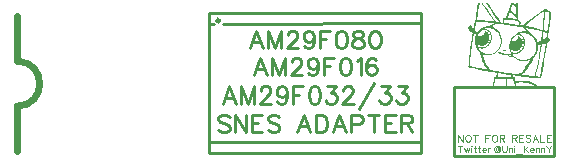
<source format=gto>
G04 Layer: TopSilkscreenLayer*
G04 EasyEDA v6.5.3, 2022-05-10 11:38:20*
G04 ab62d8b6a5be4e798c685c15e3818e9c,b03e5731a7a74599b12e1065cb71c7ef,10*
G04 Gerber Generator version 0.2*
G04 Scale: 100 percent, Rotated: No, Reflected: No *
G04 Dimensions in inches *
G04 leading zeros omitted , absolute positions ,3 integer and 6 decimal *
%FSLAX36Y36*%
%MOIN*%

%ADD10C,0.0100*%
%ADD11C,0.0240*%
%ADD13C,0.0039*%

%LPD*%
G36*
X2170080Y4488160D02*
G01*
X2169700Y4487740D01*
X2169840Y4486820D01*
X2170500Y4485360D01*
X2171700Y4483360D01*
X2175780Y4477480D01*
X2186960Y4462080D01*
X2202580Y4440140D01*
X2208020Y4432140D01*
X2210100Y4428700D01*
X2210420Y4427920D01*
X2210400Y4427760D01*
X2209540Y4427660D01*
X2207540Y4427720D01*
X2201320Y4428280D01*
X2187600Y4429780D01*
X2175600Y4430980D01*
X2162940Y4431980D01*
X2158200Y4432080D01*
X2156380Y4432240D01*
X2155080Y4432640D01*
X2154280Y4433400D01*
X2153880Y4434620D01*
X2153800Y4436420D01*
X2154000Y4438920D01*
X2154620Y4443960D01*
X2156200Y4454540D01*
X2160380Y4479940D01*
X2161640Y4486880D01*
X2161440Y4487640D01*
X2160680Y4487960D01*
X2159220Y4488040D01*
X2157620Y4487900D01*
X2156640Y4487000D01*
X2155900Y4484620D01*
X2154460Y4477040D01*
X2152340Y4464380D01*
X2150480Y4452160D01*
X2149240Y4442740D01*
X2148940Y4439800D01*
X2148800Y4437320D01*
X2148540Y4435760D01*
X2148120Y4434380D01*
X2147340Y4432740D01*
X2146480Y4429980D01*
X2145440Y4425720D01*
X2144320Y4420460D01*
X2142720Y4412240D01*
X2141720Y4407920D01*
X2140900Y4405080D01*
X2140380Y4404160D01*
X2139920Y4404700D01*
X2139220Y4405760D01*
X2137540Y4408940D01*
X2135500Y4412280D01*
X2133180Y4414320D01*
X2130640Y4415040D01*
X2127960Y4414420D01*
X2126160Y4413280D01*
X2124820Y4411840D01*
X2123960Y4410180D01*
X2123560Y4408320D01*
X2123580Y4406320D01*
X2124020Y4404200D01*
X2124880Y4402040D01*
X2125778Y4400460D01*
X2146780Y4400460D01*
X2146840Y4402820D01*
X2147220Y4406020D01*
X2148940Y4415820D01*
X2151120Y4427520D01*
X2160340Y4426580D01*
X2182120Y4424660D01*
X2200700Y4422660D01*
X2210180Y4421740D01*
X2206000Y4419580D01*
X2197540Y4414460D01*
X2195160Y4413440D01*
X2192540Y4412820D01*
X2186880Y4412180D01*
X2184540Y4411840D01*
X2182240Y4411400D01*
X2177860Y4410240D01*
X2175740Y4409500D01*
X2173700Y4408680D01*
X2171700Y4407760D01*
X2167880Y4405640D01*
X2166040Y4404420D01*
X2164280Y4403120D01*
X2162560Y4401720D01*
X2159260Y4398600D01*
X2153560Y4392200D01*
X2148700Y4396220D01*
X2147700Y4397380D01*
X2147060Y4398700D01*
X2146780Y4400460D01*
X2125778Y4400460D01*
X2126120Y4399860D01*
X2127760Y4397720D01*
X2129760Y4395640D01*
X2132100Y4393720D01*
X2136880Y4390620D01*
X2138060Y4389560D01*
X2138480Y4388500D01*
X2138360Y4387160D01*
X2136720Y4378300D01*
X2134940Y4367780D01*
X2133120Y4356120D01*
X2129600Y4331340D01*
X2128020Y4319240D01*
X2126680Y4307980D01*
X2125600Y4298060D01*
X2124900Y4290000D01*
X2124589Y4283580D01*
X2129540Y4283580D01*
X2129720Y4287960D01*
X2130240Y4294160D01*
X2131080Y4301980D01*
X2132200Y4311220D01*
X2133580Y4321680D01*
X2137520Y4348640D01*
X2140660Y4368360D01*
X2143780Y4387140D01*
X2147060Y4386300D01*
X2148640Y4385660D01*
X2149080Y4385380D01*
X2149160Y4384700D01*
X2148940Y4383320D01*
X2148460Y4381440D01*
X2147100Y4377120D01*
X2146580Y4374700D01*
X2146180Y4372040D01*
X2145900Y4369200D01*
X2145740Y4366240D01*
X2145680Y4363220D01*
X2145760Y4360200D01*
X2146115Y4355580D01*
X2152840Y4355580D01*
X2153120Y4355340D01*
X2154800Y4352720D01*
X2156040Y4351320D01*
X2157440Y4350080D01*
X2158980Y4349000D01*
X2160620Y4348120D01*
X2162380Y4347420D01*
X2164220Y4346900D01*
X2166120Y4346560D01*
X2168080Y4346420D01*
X2170060Y4346460D01*
X2172060Y4346700D01*
X2174060Y4347120D01*
X2176020Y4347740D01*
X2177940Y4348560D01*
X2179820Y4349580D01*
X2183380Y4352060D01*
X2184820Y4352840D01*
X2185900Y4353160D01*
X2186600Y4353000D01*
X2187180Y4352620D01*
X2186800Y4353180D01*
X2186640Y4353860D01*
X2186900Y4354960D01*
X2187580Y4356420D01*
X2189880Y4360080D01*
X2190900Y4362060D01*
X2191780Y4364100D01*
X2192500Y4366180D01*
X2193060Y4368260D01*
X2193460Y4370380D01*
X2193720Y4372480D01*
X2193820Y4374560D01*
X2193780Y4376640D01*
X2193580Y4378660D01*
X2193240Y4380640D01*
X2192760Y4382540D01*
X2192120Y4384380D01*
X2191360Y4386120D01*
X2190460Y4387760D01*
X2189400Y4389280D01*
X2188220Y4390680D01*
X2186920Y4391920D01*
X2185460Y4393020D01*
X2183900Y4393960D01*
X2181660Y4394980D01*
X2180300Y4395140D01*
X2179520Y4394360D01*
X2178240Y4390060D01*
X2177000Y4387680D01*
X2175360Y4385520D01*
X2173400Y4383580D01*
X2171200Y4381980D01*
X2168800Y4380760D01*
X2166320Y4379980D01*
X2163820Y4379700D01*
X2160960Y4379880D01*
X2158900Y4380440D01*
X2157620Y4381380D01*
X2157140Y4382720D01*
X2157440Y4384480D01*
X2158520Y4386660D01*
X2160380Y4389280D01*
X2163040Y4392340D01*
X2165500Y4394900D01*
X2167840Y4397060D01*
X2170020Y4398840D01*
X2172000Y4400180D01*
X2173720Y4401080D01*
X2175180Y4401500D01*
X2176280Y4401420D01*
X2177420Y4400460D01*
X2178060Y4400180D01*
X2178860Y4399980D01*
X2181960Y4399680D01*
X2184260Y4399020D01*
X2186580Y4397980D01*
X2188860Y4396580D01*
X2191020Y4394900D01*
X2193000Y4392940D01*
X2194780Y4390780D01*
X2196240Y4388420D01*
X2196980Y4386740D01*
X2197580Y4384740D01*
X2198020Y4382480D01*
X2198320Y4380020D01*
X2198460Y4377420D01*
X2198480Y4374720D01*
X2198340Y4372000D01*
X2198060Y4369320D01*
X2197660Y4366740D01*
X2197100Y4364300D01*
X2196420Y4362060D01*
X2195580Y4360100D01*
X2194400Y4357860D01*
X2193100Y4355700D01*
X2191780Y4353740D01*
X2190460Y4352000D01*
X2189220Y4350580D01*
X2188120Y4349560D01*
X2187220Y4349020D01*
X2186600Y4349020D01*
X2186280Y4349140D01*
X2186060Y4349060D01*
X2185960Y4348820D01*
X2186000Y4348420D01*
X2185060Y4346780D01*
X2182500Y4344680D01*
X2179500Y4342980D01*
X2177260Y4342440D01*
X2176660Y4342520D01*
X2176260Y4342480D01*
X2176060Y4342320D01*
X2176100Y4342060D01*
X2175980Y4341600D01*
X2175080Y4341200D01*
X2173600Y4340900D01*
X2171720Y4340700D01*
X2169600Y4340600D01*
X2167440Y4340640D01*
X2165380Y4340820D01*
X2163640Y4341160D01*
X2161160Y4341880D01*
X2159180Y4342700D01*
X2157580Y4343640D01*
X2156300Y4344840D01*
X2155300Y4346340D01*
X2154480Y4348240D01*
X2153780Y4350600D01*
X2152860Y4355000D01*
X2152840Y4355580D01*
X2146115Y4355580D01*
X2146660Y4351740D01*
X2147200Y4349320D01*
X2147860Y4347180D01*
X2148900Y4344480D01*
X2150040Y4341920D01*
X2151931Y4338340D01*
X2158480Y4338340D01*
X2159800Y4338520D01*
X2165320Y4337300D01*
X2167400Y4337080D01*
X2169480Y4337040D01*
X2171560Y4337180D01*
X2173620Y4337480D01*
X2175680Y4337980D01*
X2177700Y4338620D01*
X2179680Y4339420D01*
X2181620Y4340360D01*
X2183520Y4341440D01*
X2185360Y4342660D01*
X2187160Y4344020D01*
X2188880Y4345480D01*
X2190520Y4347060D01*
X2192100Y4348740D01*
X2193580Y4350540D01*
X2194960Y4352420D01*
X2196260Y4354380D01*
X2197440Y4356420D01*
X2198500Y4358540D01*
X2199460Y4360720D01*
X2200280Y4362960D01*
X2200960Y4365260D01*
X2201520Y4367600D01*
X2201920Y4369980D01*
X2202180Y4372380D01*
X2202260Y4374820D01*
X2202180Y4377260D01*
X2201860Y4380320D01*
X2201320Y4383220D01*
X2200540Y4385960D01*
X2199560Y4388540D01*
X2198360Y4390940D01*
X2196960Y4393160D01*
X2195360Y4395200D01*
X2193560Y4397040D01*
X2191580Y4398680D01*
X2189420Y4400120D01*
X2187080Y4401340D01*
X2182040Y4403200D01*
X2180900Y4403780D01*
X2180980Y4404200D01*
X2182100Y4404620D01*
X2183580Y4404960D01*
X2185360Y4405180D01*
X2189660Y4405340D01*
X2194480Y4405100D01*
X2199320Y4404520D01*
X2203660Y4403660D01*
X2205500Y4403120D01*
X2207020Y4402540D01*
X2208960Y4401580D01*
X2210840Y4400500D01*
X2212640Y4399340D01*
X2214400Y4398080D01*
X2217680Y4395280D01*
X2219200Y4393760D01*
X2220660Y4392140D01*
X2222020Y4390480D01*
X2224540Y4386920D01*
X2226700Y4383120D01*
X2227660Y4381140D01*
X2228520Y4379120D01*
X2229960Y4374960D01*
X2230540Y4372840D01*
X2231380Y4368500D01*
X2231660Y4366300D01*
X2231820Y4364100D01*
X2231880Y4361880D01*
X2231660Y4357440D01*
X2231380Y4355220D01*
X2231000Y4353020D01*
X2230480Y4350820D01*
X2229840Y4348580D01*
X2229100Y4346400D01*
X2228280Y4344300D01*
X2227380Y4342280D01*
X2226400Y4340340D01*
X2224200Y4336680D01*
X2221720Y4333340D01*
X2220380Y4331780D01*
X2217540Y4328940D01*
X2214480Y4326420D01*
X2211220Y4324260D01*
X2209540Y4323300D01*
X2206080Y4321660D01*
X2202480Y4320380D01*
X2198800Y4319460D01*
X2196940Y4319140D01*
X2193180Y4318800D01*
X2191280Y4318760D01*
X2187500Y4318980D01*
X2183740Y4319600D01*
X2180020Y4320620D01*
X2178180Y4321280D01*
X2174580Y4322900D01*
X2172820Y4323880D01*
X2169400Y4326140D01*
X2167760Y4327420D01*
X2166140Y4328820D01*
X2164580Y4330320D01*
X2161580Y4333660D01*
X2159120Y4336840D01*
X2158480Y4338340D01*
X2151931Y4338340D01*
X2152580Y4337200D01*
X2154040Y4334980D01*
X2155620Y4332840D01*
X2157340Y4330720D01*
X2161760Y4325840D01*
X2163260Y4323440D01*
X2164240Y4320420D01*
X2165046Y4316260D01*
X2173860Y4316260D01*
X2173880Y4317640D01*
X2174300Y4318080D01*
X2175160Y4317880D01*
X2177480Y4317060D01*
X2179840Y4316400D01*
X2182220Y4315880D01*
X2184640Y4315520D01*
X2187060Y4315280D01*
X2189480Y4315200D01*
X2191900Y4315240D01*
X2194320Y4315420D01*
X2196740Y4315740D01*
X2199120Y4316200D01*
X2201480Y4316780D01*
X2203820Y4317500D01*
X2206100Y4318340D01*
X2208360Y4319320D01*
X2210540Y4320420D01*
X2212680Y4321660D01*
X2214740Y4323000D01*
X2216740Y4324480D01*
X2218660Y4326080D01*
X2220500Y4327800D01*
X2223560Y4331120D01*
X2226240Y4334660D01*
X2228600Y4338360D01*
X2230580Y4342220D01*
X2232220Y4346180D01*
X2233500Y4350260D01*
X2234020Y4352320D01*
X2234800Y4356480D01*
X2235220Y4360680D01*
X2235320Y4364900D01*
X2235260Y4367000D01*
X2234860Y4371160D01*
X2234140Y4375280D01*
X2233100Y4379300D01*
X2231720Y4383220D01*
X2230040Y4387020D01*
X2228060Y4390640D01*
X2225740Y4394080D01*
X2223140Y4397300D01*
X2221720Y4398840D01*
X2218660Y4401700D01*
X2217020Y4403040D01*
X2213520Y4405480D01*
X2211660Y4406580D01*
X2203380Y4410760D01*
X2208440Y4414600D01*
X2211640Y4416840D01*
X2213100Y4417720D01*
X2214520Y4418420D01*
X2215980Y4418980D01*
X2217540Y4419400D01*
X2219220Y4419660D01*
X2221120Y4419780D01*
X2223240Y4419780D01*
X2228440Y4419400D01*
X2235280Y4418560D01*
X2250420Y4416420D01*
X2275242Y4412620D01*
X2312240Y4412620D01*
X2312300Y4413320D01*
X2322980Y4421520D01*
X2367240Y4454820D01*
X2377420Y4462320D01*
X2377460Y4461440D01*
X2376880Y4456880D01*
X2373220Y4417780D01*
X2372080Y4407260D01*
X2371260Y4401300D01*
X2371028Y4400440D01*
X2375520Y4400440D01*
X2377480Y4419560D01*
X2380020Y4446660D01*
X2380920Y4457080D01*
X2381280Y4462180D01*
X2381700Y4462300D01*
X2382840Y4462000D01*
X2386520Y4460500D01*
X2390740Y4458380D01*
X2392580Y4457300D01*
X2394000Y4456340D01*
X2393820Y4452720D01*
X2392940Y4443620D01*
X2391600Y4431240D01*
X2388040Y4401040D01*
X2387540Y4397940D01*
X2386500Y4396500D01*
X2384200Y4396460D01*
X2379920Y4397460D01*
X2377640Y4398140D01*
X2376280Y4398780D01*
X2375620Y4399500D01*
X2375520Y4400440D01*
X2371028Y4400440D01*
X2371000Y4400360D01*
X2369520Y4400460D01*
X2360480Y4402140D01*
X2335800Y4407280D01*
X2317720Y4410900D01*
X2313880Y4411860D01*
X2312240Y4412620D01*
X2275242Y4412620D01*
X2295540Y4409240D01*
X2302780Y4407900D01*
X2305640Y4407260D01*
X2307860Y4406320D01*
X2309435Y4405120D01*
X2317740Y4405120D01*
X2333580Y4402020D01*
X2368680Y4394480D01*
X2369420Y4394120D01*
X2369880Y4393460D01*
X2370100Y4392260D01*
X2370080Y4390360D01*
X2369400Y4383620D01*
X2367540Y4368620D01*
X2367220Y4366560D01*
X2366827Y4364840D01*
X2370920Y4364840D01*
X2371740Y4369860D01*
X2372600Y4376640D01*
X2373940Y4388320D01*
X2374380Y4390520D01*
X2374940Y4391860D01*
X2375760Y4392480D01*
X2376940Y4392540D01*
X2385520Y4390300D01*
X2385920Y4389720D01*
X2386020Y4388260D01*
X2385820Y4385840D01*
X2385340Y4382320D01*
X2384780Y4379440D01*
X2384020Y4376900D01*
X2383040Y4374660D01*
X2381800Y4372660D01*
X2380260Y4370860D01*
X2378400Y4369220D01*
X2376180Y4367680D01*
X2370920Y4364840D01*
X2366827Y4364840D01*
X2366460Y4363700D01*
X2365980Y4362760D01*
X2365400Y4362060D01*
X2364680Y4361500D01*
X2362660Y4360520D01*
X2357700Y4358420D01*
X2355660Y4357800D01*
X2354760Y4358080D01*
X2354540Y4359140D01*
X2354420Y4360440D01*
X2354020Y4361920D01*
X2353400Y4363580D01*
X2352560Y4365380D01*
X2351540Y4367300D01*
X2349000Y4371340D01*
X2345980Y4375460D01*
X2342660Y4379400D01*
X2339220Y4382940D01*
X2337500Y4384480D01*
X2335840Y4385820D01*
X2332080Y4388360D01*
X2330200Y4389820D01*
X2328780Y4391120D01*
X2328020Y4392100D01*
X2327300Y4393260D01*
X2324340Y4397220D01*
X2317740Y4405120D01*
X2309435Y4405120D01*
X2310040Y4404660D01*
X2312520Y4401860D01*
X2318360Y4393940D01*
X2307360Y4394260D01*
X2302900Y4393980D01*
X2300700Y4393680D01*
X2296460Y4392800D01*
X2292360Y4391520D01*
X2290380Y4390760D01*
X2286540Y4388960D01*
X2284700Y4387960D01*
X2281180Y4385680D01*
X2277860Y4383120D01*
X2274800Y4380280D01*
X2271980Y4377200D01*
X2269420Y4373900D01*
X2267140Y4370380D01*
X2265160Y4366700D01*
X2263500Y4362840D01*
X2262780Y4360860D01*
X2261600Y4356800D01*
X2260780Y4352620D01*
X2260340Y4348380D01*
X2260240Y4346220D01*
X2260380Y4341880D01*
X2260580Y4339700D01*
X2260900Y4337500D01*
X2261707Y4333680D01*
X2266020Y4333680D01*
X2270240Y4331320D01*
X2271940Y4330480D01*
X2273640Y4329820D01*
X2275320Y4329320D01*
X2277020Y4329000D01*
X2278700Y4328840D01*
X2280360Y4328840D01*
X2282000Y4328980D01*
X2283620Y4329260D01*
X2285220Y4329680D01*
X2286780Y4330240D01*
X2288300Y4330900D01*
X2289780Y4331700D01*
X2291220Y4332600D01*
X2292620Y4333600D01*
X2295240Y4335880D01*
X2297600Y4338500D01*
X2298700Y4339920D01*
X2300640Y4342940D01*
X2302240Y4346160D01*
X2302920Y4347820D01*
X2303960Y4351240D01*
X2304340Y4352980D01*
X2304600Y4354720D01*
X2304760Y4356480D01*
X2304700Y4359960D01*
X2304480Y4361700D01*
X2304140Y4363400D01*
X2303680Y4365080D01*
X2303060Y4366720D01*
X2302300Y4368300D01*
X2301400Y4369860D01*
X2300360Y4371340D01*
X2299160Y4372780D01*
X2297780Y4374140D01*
X2294600Y4376700D01*
X2292220Y4377760D01*
X2290600Y4377300D01*
X2289720Y4375340D01*
X2289080Y4373260D01*
X2288060Y4371240D01*
X2286720Y4369340D01*
X2285120Y4367580D01*
X2283320Y4366000D01*
X2281360Y4364640D01*
X2279320Y4363540D01*
X2277260Y4362720D01*
X2275220Y4362220D01*
X2273260Y4362100D01*
X2271460Y4362360D01*
X2269840Y4363080D01*
X2269400Y4363700D01*
X2269400Y4364640D01*
X2269800Y4365880D01*
X2270540Y4367340D01*
X2271600Y4368960D01*
X2272880Y4370720D01*
X2276040Y4374360D01*
X2279580Y4377840D01*
X2281360Y4379380D01*
X2283120Y4380720D01*
X2284760Y4381820D01*
X2286260Y4382600D01*
X2287540Y4383020D01*
X2288580Y4383020D01*
X2295200Y4381660D01*
X2296200Y4381280D01*
X2296780Y4380900D01*
X2296860Y4380540D01*
X2296760Y4380260D01*
X2296860Y4380100D01*
X2297140Y4380080D01*
X2297580Y4380200D01*
X2298320Y4380140D01*
X2299380Y4379640D01*
X2300620Y4378800D01*
X2301940Y4377660D01*
X2303360Y4376140D01*
X2304620Y4374520D01*
X2305740Y4372780D01*
X2306700Y4370960D01*
X2307520Y4369060D01*
X2308200Y4367080D01*
X2308720Y4365040D01*
X2309100Y4362940D01*
X2309340Y4360820D01*
X2309440Y4358640D01*
X2309400Y4356460D01*
X2309240Y4354260D01*
X2308940Y4352040D01*
X2307960Y4347680D01*
X2307280Y4345520D01*
X2306480Y4343400D01*
X2305540Y4341340D01*
X2304500Y4339340D01*
X2303360Y4337400D01*
X2302080Y4335540D01*
X2300700Y4333760D01*
X2299220Y4332080D01*
X2297620Y4330520D01*
X2295920Y4329060D01*
X2294120Y4327740D01*
X2292220Y4326560D01*
X2290220Y4325520D01*
X2288140Y4324680D01*
X2285920Y4323980D01*
X2283660Y4323480D01*
X2281420Y4323140D01*
X2279240Y4323000D01*
X2277220Y4323040D01*
X2275400Y4323300D01*
X2273860Y4323760D01*
X2271700Y4324540D01*
X2270420Y4324780D01*
X2269520Y4325280D01*
X2268400Y4326820D01*
X2267340Y4328940D01*
X2266580Y4331220D01*
X2266020Y4333680D01*
X2261707Y4333680D01*
X2262480Y4330940D01*
X2265120Y4323560D01*
X2265560Y4322000D01*
X2265620Y4320980D01*
X2265320Y4320360D01*
X2264600Y4319980D01*
X2261920Y4319540D01*
X2259780Y4319280D01*
X2257520Y4319120D01*
X2255160Y4319060D01*
X2250240Y4319240D01*
X2245160Y4319800D01*
X2240020Y4320720D01*
X2235000Y4322000D01*
X2229020Y4323900D01*
X2226040Y4324760D01*
X2223940Y4325240D01*
X2223020Y4325280D01*
X2222700Y4324660D01*
X2222860Y4323980D01*
X2223440Y4323240D01*
X2224400Y4322460D01*
X2225700Y4321660D01*
X2227300Y4320840D01*
X2229160Y4320020D01*
X2234050Y4318300D01*
X2272480Y4318300D01*
X2272620Y4319120D01*
X2273340Y4319580D01*
X2274660Y4319720D01*
X2278700Y4319380D01*
X2280980Y4319480D01*
X2283380Y4319840D01*
X2285840Y4320440D01*
X2288340Y4321260D01*
X2290840Y4322300D01*
X2293280Y4323540D01*
X2295660Y4324940D01*
X2297940Y4326500D01*
X2300060Y4328220D01*
X2302000Y4330040D01*
X2303740Y4332000D01*
X2305280Y4334020D01*
X2306660Y4336140D01*
X2307900Y4338300D01*
X2309020Y4340540D01*
X2309980Y4342800D01*
X2311480Y4347440D01*
X2312020Y4349800D01*
X2312420Y4352140D01*
X2312700Y4354500D01*
X2312840Y4356820D01*
X2312840Y4359140D01*
X2312720Y4361420D01*
X2312460Y4363640D01*
X2312080Y4365820D01*
X2311580Y4367940D01*
X2310960Y4369980D01*
X2310200Y4371940D01*
X2309320Y4373800D01*
X2308320Y4375580D01*
X2307220Y4377220D01*
X2305980Y4378740D01*
X2304640Y4380140D01*
X2303160Y4381400D01*
X2301580Y4382500D01*
X2299900Y4383440D01*
X2298100Y4384200D01*
X2294780Y4385220D01*
X2293960Y4385680D01*
X2293700Y4386120D01*
X2293920Y4386540D01*
X2294600Y4386960D01*
X2295680Y4387340D01*
X2297080Y4387700D01*
X2300680Y4388260D01*
X2304980Y4388580D01*
X2309560Y4388580D01*
X2311820Y4388440D01*
X2313980Y4388200D01*
X2316000Y4387860D01*
X2319000Y4387140D01*
X2321840Y4386220D01*
X2324560Y4385100D01*
X2327180Y4383760D01*
X2329720Y4382220D01*
X2332200Y4380440D01*
X2334660Y4378400D01*
X2337100Y4376100D01*
X2338720Y4374400D01*
X2340240Y4372640D01*
X2341660Y4370840D01*
X2342980Y4369000D01*
X2345300Y4365180D01*
X2347200Y4361240D01*
X2348680Y4357180D01*
X2349780Y4353060D01*
X2350460Y4348880D01*
X2350660Y4346780D01*
X2350760Y4342560D01*
X2350480Y4338380D01*
X2349800Y4334240D01*
X2348760Y4330200D01*
X2347340Y4326240D01*
X2345540Y4322420D01*
X2343380Y4318760D01*
X2342180Y4317000D01*
X2339480Y4313640D01*
X2336440Y4310520D01*
X2333040Y4307660D01*
X2329300Y4305080D01*
X2325220Y4302820D01*
X2321040Y4300860D01*
X2319380Y4300240D01*
X2317740Y4299840D01*
X2315940Y4299580D01*
X2313760Y4299440D01*
X2307560Y4299380D01*
X2304380Y4299440D01*
X2301400Y4299640D01*
X2298620Y4300000D01*
X2295980Y4300500D01*
X2293480Y4301180D01*
X2291100Y4302040D01*
X2288800Y4303080D01*
X2286560Y4304320D01*
X2284360Y4305760D01*
X2282180Y4307420D01*
X2280000Y4309300D01*
X2277780Y4311420D01*
X2275560Y4313720D01*
X2273960Y4315620D01*
X2272920Y4317140D01*
X2272480Y4318300D01*
X2234050Y4318300D01*
X2238260Y4317120D01*
X2243220Y4316100D01*
X2245640Y4315740D01*
X2247980Y4315520D01*
X2253360Y4315360D01*
X2254833Y4315100D01*
X2259980Y4315100D01*
X2260620Y4315840D01*
X2263340Y4316620D01*
X2265660Y4317040D01*
X2267260Y4317060D01*
X2267860Y4316660D01*
X2267360Y4315500D01*
X2266120Y4314200D01*
X2264580Y4313120D01*
X2263220Y4312700D01*
X2261640Y4313100D01*
X2260440Y4314040D01*
X2259980Y4315100D01*
X2254833Y4315100D01*
X2255400Y4315000D01*
X2256920Y4314140D01*
X2258480Y4312580D01*
X2260980Y4310500D01*
X2263560Y4309700D01*
X2266060Y4310180D01*
X2268300Y4311940D01*
X2270240Y4314180D01*
X2276940Y4307520D01*
X2279920Y4305040D01*
X2281500Y4303880D01*
X2284960Y4301700D01*
X2288820Y4299640D01*
X2296760Y4295700D01*
X2310920Y4295720D01*
X2315720Y4295900D01*
X2317640Y4296060D01*
X2320820Y4296580D01*
X2326780Y4298460D01*
X2327900Y4298640D01*
X2328460Y4298560D01*
X2328660Y4297720D01*
X2328360Y4296260D01*
X2327640Y4294400D01*
X2326620Y4292360D01*
X2325420Y4290300D01*
X2324140Y4288460D01*
X2322880Y4287020D01*
X2321760Y4286180D01*
X2319740Y4285100D01*
X2317980Y4283880D01*
X2316480Y4282500D01*
X2315240Y4280980D01*
X2314280Y4279300D01*
X2313560Y4277440D01*
X2313100Y4275420D01*
X2312900Y4273220D01*
X2312660Y4272020D01*
X2312100Y4270640D01*
X2311220Y4269100D01*
X2310060Y4267460D01*
X2308640Y4265740D01*
X2307020Y4263960D01*
X2305220Y4262160D01*
X2303260Y4260400D01*
X2301180Y4258680D01*
X2299000Y4257040D01*
X2296760Y4255520D01*
X2294520Y4254140D01*
X2289460Y4251260D01*
X2252380Y4256300D01*
X2233900Y4258900D01*
X2220040Y4260960D01*
X2210120Y4262640D01*
X2203480Y4264020D01*
X2201160Y4264640D01*
X2199420Y4265240D01*
X2198180Y4265820D01*
X2197320Y4266400D01*
X2195340Y4268620D01*
X2192100Y4272760D01*
X2188980Y4277260D01*
X2186060Y4282000D01*
X2183360Y4286900D01*
X2180920Y4291920D01*
X2178780Y4296960D01*
X2176980Y4301960D01*
X2176200Y4304400D01*
X2174980Y4309180D01*
X2174160Y4313680D01*
X2173860Y4316260D01*
X2165046Y4316260D01*
X2165560Y4313540D01*
X2166560Y4309080D01*
X2167800Y4304660D01*
X2169260Y4300260D01*
X2170920Y4295920D01*
X2172780Y4291640D01*
X2174860Y4287440D01*
X2177140Y4283320D01*
X2179600Y4279280D01*
X2182240Y4275360D01*
X2185480Y4270960D01*
X2186720Y4269120D01*
X2187320Y4267860D01*
X2187240Y4267140D01*
X2186400Y4266860D01*
X2184740Y4266960D01*
X2182200Y4267400D01*
X2154680Y4272900D01*
X2141480Y4275800D01*
X2133000Y4277880D01*
X2131000Y4278480D01*
X2129980Y4279280D01*
X2129600Y4280820D01*
X2129540Y4283580D01*
X2124589Y4283580D01*
X2124460Y4274680D01*
X2134060Y4272180D01*
X2141140Y4270560D01*
X2161460Y4266340D01*
X2178900Y4262980D01*
X2199800Y4259240D01*
X2210740Y4257460D01*
X2217940Y4256120D01*
X2218020Y4255480D01*
X2217860Y4251640D01*
X2216980Y4242000D01*
X2222020Y4242000D01*
X2223540Y4253160D01*
X2224040Y4254440D01*
X2224980Y4254800D01*
X2255960Y4250440D01*
X2300260Y4250440D01*
X2307180Y4255060D01*
X2309920Y4257000D01*
X2312300Y4258900D01*
X2314040Y4260540D01*
X2314880Y4261700D01*
X2315500Y4262860D01*
X2316580Y4264460D01*
X2318000Y4266340D01*
X2321440Y4270500D01*
X2323580Y4273280D01*
X2331000Y4284000D01*
X2333320Y4286980D01*
X2334100Y4288120D01*
X2335140Y4290220D01*
X2336360Y4292960D01*
X2338780Y4299160D01*
X2339780Y4302020D01*
X2340460Y4304320D01*
X2340720Y4305760D01*
X2341020Y4306580D01*
X2341820Y4307940D01*
X2343000Y4309620D01*
X2345820Y4313160D01*
X2347120Y4314940D01*
X2349480Y4318700D01*
X2351520Y4322700D01*
X2353240Y4326860D01*
X2353960Y4329000D01*
X2355140Y4333340D01*
X2355940Y4337740D01*
X2356340Y4342140D01*
X2356400Y4350220D01*
X2363540Y4351100D01*
X2363980Y4351000D01*
X2364360Y4350620D01*
X2364600Y4350040D01*
X2364700Y4349300D01*
X2364280Y4345320D01*
X2358160Y4306980D01*
X2354680Y4288800D01*
X2352000Y4275480D01*
X2348820Y4260780D01*
X2346520Y4250860D01*
X2344916Y4245020D01*
X2349380Y4245020D01*
X2349500Y4245960D01*
X2350780Y4251960D01*
X2353540Y4263580D01*
X2356220Y4275640D01*
X2358240Y4285520D01*
X2360200Y4295940D01*
X2362200Y4307180D01*
X2367480Y4339400D01*
X2368520Y4345160D01*
X2369380Y4348840D01*
X2369780Y4350060D01*
X2370200Y4350940D01*
X2370640Y4351540D01*
X2371120Y4351940D01*
X2371680Y4352200D01*
X2377100Y4353480D01*
X2379400Y4353860D01*
X2380820Y4353840D01*
X2381300Y4353420D01*
X2378500Y4335340D01*
X2374740Y4311960D01*
X2370220Y4285060D01*
X2366320Y4263560D01*
X2364720Y4255340D01*
X2363400Y4249100D01*
X2362380Y4245020D01*
X2362000Y4243880D01*
X2361720Y4243360D01*
X2359720Y4243460D01*
X2351400Y4244560D01*
X2349380Y4245020D01*
X2344900Y4244980D01*
X2341820Y4245220D01*
X2307980Y4249280D01*
X2303200Y4249940D01*
X2300260Y4250440D01*
X2255960Y4250440D01*
X2266940Y4248900D01*
X2266940Y4242000D01*
X2213400Y4242000D01*
X2211560Y4241920D01*
X2210400Y4241600D01*
X2209700Y4240980D01*
X2209300Y4239940D01*
X2208040Y4232360D01*
X2206140Y4220000D01*
X2205160Y4212980D01*
X2205360Y4212840D01*
X2206780Y4212660D01*
X2210440Y4212620D01*
X2212660Y4227700D01*
X2213680Y4234040D01*
X2213960Y4235340D01*
X2214260Y4235640D01*
X2214980Y4235900D01*
X2217960Y4236240D01*
X2223300Y4236440D01*
X2248500Y4236500D01*
X2248540Y4218040D01*
X2248760Y4214440D01*
X2249280Y4212940D01*
X2250220Y4212620D01*
X2251180Y4212960D01*
X2251780Y4214540D01*
X2252200Y4218140D01*
X2253280Y4236560D01*
X2273860Y4236040D01*
X2276780Y4222000D01*
X2278180Y4215860D01*
X2278720Y4214200D01*
X2279260Y4213240D01*
X2279860Y4212760D01*
X2280620Y4212640D01*
X2284200Y4212620D01*
X2282960Y4219060D01*
X2282700Y4221760D01*
X2282800Y4222280D01*
X2283700Y4222520D01*
X2288940Y4223260D01*
X2294880Y4223860D01*
X2299720Y4224000D01*
X2304860Y4223860D01*
X2310200Y4223460D01*
X2315580Y4222840D01*
X2320880Y4222000D01*
X2325960Y4221000D01*
X2330700Y4219860D01*
X2334920Y4218580D01*
X2336820Y4217920D01*
X2340060Y4216500D01*
X2341380Y4215780D01*
X2342480Y4215040D01*
X2343340Y4214300D01*
X2343940Y4213560D01*
X2344560Y4213200D01*
X2345860Y4212900D01*
X2347620Y4212700D01*
X2349680Y4212620D01*
X2352620Y4212660D01*
X2353960Y4212860D01*
X2354020Y4213420D01*
X2353120Y4214520D01*
X2351880Y4215760D01*
X2350480Y4216980D01*
X2348940Y4218180D01*
X2345380Y4220460D01*
X2343420Y4221540D01*
X2339120Y4223540D01*
X2336800Y4224480D01*
X2331920Y4226160D01*
X2326720Y4227580D01*
X2321300Y4228720D01*
X2316880Y4229360D01*
X2312680Y4229660D01*
X2307620Y4229820D01*
X2296600Y4229800D01*
X2291460Y4229600D01*
X2287100Y4229320D01*
X2283940Y4228920D01*
X2281820Y4228500D01*
X2281080Y4229000D01*
X2280500Y4230540D01*
X2278840Y4238360D01*
X2278000Y4240900D01*
X2276920Y4241860D01*
X2273700Y4242100D01*
X2272900Y4242520D01*
X2272540Y4243500D01*
X2272480Y4245300D01*
X2272520Y4247180D01*
X2272900Y4248100D01*
X2273940Y4248300D01*
X2286980Y4246600D01*
X2316720Y4243020D01*
X2339480Y4240380D01*
X2357920Y4238360D01*
X2365560Y4237400D01*
X2367220Y4243180D01*
X2368460Y4248280D01*
X2369960Y4255200D01*
X2371660Y4263640D01*
X2375460Y4284060D01*
X2377460Y4295500D01*
X2380460Y4313420D01*
X2385840Y4348120D01*
X2386880Y4353580D01*
X2387760Y4356900D01*
X2388180Y4357840D01*
X2388580Y4358360D01*
X2391540Y4360860D01*
X2393580Y4363120D01*
X2394740Y4365240D01*
X2395120Y4367300D01*
X2394660Y4369580D01*
X2393480Y4371820D01*
X2391940Y4373520D01*
X2390020Y4374360D01*
X2389820Y4374800D01*
X2389780Y4375440D01*
X2390320Y4378720D01*
X2392680Y4396480D01*
X2395760Y4421560D01*
X2398180Y4442560D01*
X2398840Y4449760D01*
X2399080Y4454080D01*
X2399060Y4457120D01*
X2398820Y4458660D01*
X2397740Y4459680D01*
X2395460Y4461300D01*
X2392300Y4463300D01*
X2388600Y4465440D01*
X2383160Y4468440D01*
X2380160Y4469800D01*
X2378540Y4469860D01*
X2368800Y4462400D01*
X2345520Y4444940D01*
X2322400Y4427820D01*
X2306160Y4415940D01*
X2303360Y4414000D01*
X2302580Y4413840D01*
X2300160Y4413860D01*
X2295720Y4414640D01*
X2297020Y4418900D01*
X2298140Y4423380D01*
X2298200Y4426440D01*
X2297080Y4428600D01*
X2294680Y4430380D01*
X2293200Y4431300D01*
X2292080Y4432260D01*
X2291240Y4433480D01*
X2290660Y4435160D01*
X2290300Y4437480D01*
X2290100Y4440660D01*
X2289980Y4454160D01*
X2289760Y4465220D01*
X2289480Y4473680D01*
X2288780Y4488040D01*
X2286160Y4488040D01*
X2284720Y4487940D01*
X2283920Y4487480D01*
X2283600Y4486340D01*
X2283540Y4480460D01*
X2279360Y4484300D01*
X2276980Y4486360D01*
X2275160Y4487480D01*
X2273340Y4487900D01*
X2270900Y4487860D01*
X2266620Y4487580D01*
X2258804Y4464960D01*
X2264720Y4464960D01*
X2267200Y4472760D01*
X2269060Y4478200D01*
X2271720Y4485380D01*
X2283080Y4474880D01*
X2283600Y4474180D01*
X2283960Y4473280D01*
X2284180Y4472040D01*
X2284320Y4470280D01*
X2284340Y4464560D01*
X2284000Y4446940D01*
X2264720Y4464960D01*
X2258804Y4464960D01*
X2250620Y4441460D01*
X2249600Y4439660D01*
X2249037Y4439340D01*
X2255880Y4439340D01*
X2256860Y4442740D01*
X2259080Y4449400D01*
X2262320Y4458480D01*
X2262840Y4459640D01*
X2263480Y4459720D01*
X2264800Y4458960D01*
X2266700Y4457460D01*
X2279520Y4445440D01*
X2281260Y4443660D01*
X2282720Y4441800D01*
X2283900Y4439940D01*
X2284720Y4438240D01*
X2285140Y4436800D01*
X2285140Y4435720D01*
X2284620Y4435160D01*
X2283580Y4435200D01*
X2279680Y4436200D01*
X2275120Y4437040D01*
X2270020Y4437700D01*
X2258400Y4438740D01*
X2256560Y4439060D01*
X2255880Y4439340D01*
X2249037Y4439340D01*
X2248300Y4438920D01*
X2241580Y4438260D01*
X2240200Y4437920D01*
X2239280Y4437320D01*
X2238720Y4436400D01*
X2238460Y4435040D01*
X2238360Y4433160D01*
X2238360Y4426060D01*
X2243860Y4426060D01*
X2243960Y4429980D01*
X2244200Y4431620D01*
X2244560Y4432760D01*
X2245040Y4433300D01*
X2245840Y4433460D01*
X2249200Y4433580D01*
X2254260Y4433420D01*
X2260300Y4433040D01*
X2266560Y4432520D01*
X2272300Y4431860D01*
X2278700Y4430740D01*
X2282320Y4429860D01*
X2285520Y4428880D01*
X2288240Y4427820D01*
X2290400Y4426740D01*
X2291980Y4425620D01*
X2292860Y4424520D01*
X2293020Y4423460D01*
X2291920Y4418980D01*
X2290900Y4416600D01*
X2289520Y4415780D01*
X2287360Y4415980D01*
X2271960Y4418480D01*
X2249400Y4421900D01*
X2246840Y4422420D01*
X2245220Y4423000D01*
X2244320Y4423720D01*
X2243940Y4424700D01*
X2243860Y4426060D01*
X2238360Y4426060D01*
X2238360Y4423760D01*
X2235820Y4423780D01*
X2234320Y4424080D01*
X2232840Y4425220D01*
X2230960Y4427660D01*
X2225860Y4435480D01*
X2214380Y4452420D01*
X2200720Y4472120D01*
X2191560Y4484940D01*
X2189920Y4486840D01*
X2188820Y4487580D01*
X2187600Y4487900D01*
X2186120Y4487880D01*
X2183260Y4487580D01*
X2199760Y4464400D01*
X2207420Y4453440D01*
X2214260Y4443460D01*
X2219820Y4435160D01*
X2223640Y4429200D01*
X2224760Y4427320D01*
X2225280Y4426260D01*
X2225300Y4426080D01*
X2224780Y4425940D01*
X2222280Y4426000D01*
X2219220Y4426380D01*
X2218080Y4426680D01*
X2217100Y4427140D01*
X2216140Y4427900D01*
X2215080Y4429060D01*
X2213800Y4430720D01*
X2207360Y4440200D01*
X2200220Y4450380D01*
X2190040Y4464540D01*
X2182260Y4475100D01*
X2173960Y4485980D01*
X2172660Y4487480D01*
X2172360Y4487720D01*
X2170980Y4488140D01*
G37*
G36*
X2239680Y4333640D02*
G01*
X2237980Y4333040D01*
X2238220Y4331700D01*
X2240180Y4330360D01*
X2243400Y4329240D01*
X2247420Y4328560D01*
X2251500Y4328480D01*
X2253480Y4329060D01*
X2253260Y4330180D01*
X2250640Y4331660D01*
X2246900Y4332860D01*
X2242940Y4333540D01*
G37*
D10*
X1430742Y4305500D02*
G01*
X1408941Y4248299D01*
X1430742Y4305500D02*
G01*
X1452542Y4248299D01*
X1417042Y4267399D02*
G01*
X1444341Y4267399D01*
X1470541Y4305500D02*
G01*
X1470541Y4248299D01*
X1470541Y4305500D02*
G01*
X1492341Y4248299D01*
X1514142Y4305500D02*
G01*
X1492341Y4248299D01*
X1514142Y4305500D02*
G01*
X1514142Y4248299D01*
X1534942Y4291900D02*
G01*
X1534942Y4294600D01*
X1537641Y4300100D01*
X1540342Y4302800D01*
X1545842Y4305500D01*
X1556742Y4305500D01*
X1562142Y4302800D01*
X1564942Y4300100D01*
X1567641Y4294600D01*
X1567641Y4289200D01*
X1564942Y4283699D01*
X1559441Y4275500D01*
X1532142Y4248299D01*
X1570342Y4248299D01*
X1623842Y4286500D02*
G01*
X1621041Y4278299D01*
X1615641Y4272800D01*
X1607442Y4270100D01*
X1604741Y4270100D01*
X1596541Y4272800D01*
X1591041Y4278299D01*
X1588342Y4286500D01*
X1588342Y4289200D01*
X1591041Y4297399D01*
X1596541Y4302800D01*
X1604741Y4305500D01*
X1607442Y4305500D01*
X1615641Y4302800D01*
X1621041Y4297399D01*
X1623842Y4286500D01*
X1623842Y4272800D01*
X1621041Y4259200D01*
X1615641Y4250999D01*
X1607442Y4248299D01*
X1601941Y4248299D01*
X1593842Y4250999D01*
X1591041Y4256500D01*
X1641841Y4305500D02*
G01*
X1641841Y4248299D01*
X1641841Y4305500D02*
G01*
X1677241Y4305500D01*
X1641841Y4278299D02*
G01*
X1663641Y4278299D01*
X1711642Y4305500D02*
G01*
X1703441Y4302800D01*
X1697942Y4294600D01*
X1695241Y4280999D01*
X1695241Y4272800D01*
X1697942Y4259200D01*
X1703441Y4250999D01*
X1711642Y4248299D01*
X1717042Y4248299D01*
X1725241Y4250999D01*
X1730742Y4259200D01*
X1733441Y4272800D01*
X1733441Y4280999D01*
X1730742Y4294600D01*
X1725241Y4302800D01*
X1717042Y4305500D01*
X1711642Y4305500D01*
X1751441Y4294600D02*
G01*
X1756941Y4297399D01*
X1765042Y4305500D01*
X1765042Y4248299D01*
X1815842Y4297399D02*
G01*
X1813041Y4302800D01*
X1804942Y4305500D01*
X1799441Y4305500D01*
X1791242Y4302800D01*
X1785842Y4294600D01*
X1783041Y4280999D01*
X1783041Y4267399D01*
X1785842Y4256500D01*
X1791242Y4250999D01*
X1799441Y4248299D01*
X1802142Y4248299D01*
X1810342Y4250999D01*
X1815842Y4256500D01*
X1818541Y4264600D01*
X1818541Y4267399D01*
X1815842Y4275500D01*
X1810342Y4280999D01*
X1802142Y4283699D01*
X1799441Y4283699D01*
X1791242Y4280999D01*
X1785842Y4275500D01*
X1783041Y4267399D01*
X1417091Y4395500D02*
G01*
X1395290Y4338299D01*
X1417091Y4395500D02*
G01*
X1438891Y4338299D01*
X1403491Y4357399D02*
G01*
X1430790Y4357399D01*
X1456890Y4395500D02*
G01*
X1456890Y4338299D01*
X1456890Y4395500D02*
G01*
X1478791Y4338299D01*
X1500591Y4395500D02*
G01*
X1478791Y4338299D01*
X1500591Y4395500D02*
G01*
X1500591Y4338299D01*
X1521291Y4381900D02*
G01*
X1521291Y4384600D01*
X1523990Y4390100D01*
X1526791Y4392800D01*
X1532191Y4395500D01*
X1543091Y4395500D01*
X1548590Y4392800D01*
X1551291Y4390100D01*
X1553990Y4384600D01*
X1553990Y4379200D01*
X1551291Y4373699D01*
X1545790Y4365500D01*
X1518590Y4338299D01*
X1556791Y4338299D01*
X1610191Y4376500D02*
G01*
X1607491Y4368299D01*
X1601990Y4362800D01*
X1593791Y4360100D01*
X1591090Y4360100D01*
X1582890Y4362800D01*
X1577491Y4368299D01*
X1574790Y4376500D01*
X1574790Y4379200D01*
X1577491Y4387399D01*
X1582890Y4392800D01*
X1591090Y4395500D01*
X1593791Y4395500D01*
X1601990Y4392800D01*
X1607491Y4387399D01*
X1610191Y4376500D01*
X1610191Y4362800D01*
X1607491Y4349200D01*
X1601990Y4340999D01*
X1593791Y4338299D01*
X1588391Y4338299D01*
X1580191Y4340999D01*
X1577491Y4346500D01*
X1628190Y4395500D02*
G01*
X1628190Y4338299D01*
X1628190Y4395500D02*
G01*
X1663690Y4395500D01*
X1628190Y4368299D02*
G01*
X1649991Y4368299D01*
X1697991Y4395500D02*
G01*
X1689790Y4392800D01*
X1684390Y4384600D01*
X1681691Y4370999D01*
X1681691Y4362800D01*
X1684390Y4349200D01*
X1689790Y4340999D01*
X1697991Y4338299D01*
X1703491Y4338299D01*
X1711691Y4340999D01*
X1717091Y4349200D01*
X1719790Y4362800D01*
X1719790Y4370999D01*
X1717091Y4384600D01*
X1711691Y4392800D01*
X1703491Y4395500D01*
X1697991Y4395500D01*
X1751490Y4395500D02*
G01*
X1743290Y4392800D01*
X1740591Y4387399D01*
X1740591Y4381900D01*
X1743290Y4376500D01*
X1748791Y4373699D01*
X1759691Y4370999D01*
X1767790Y4368299D01*
X1773290Y4362800D01*
X1775991Y4357399D01*
X1775991Y4349200D01*
X1773290Y4343699D01*
X1770591Y4340999D01*
X1762390Y4338299D01*
X1751490Y4338299D01*
X1743290Y4340999D01*
X1740591Y4343699D01*
X1737790Y4349200D01*
X1737790Y4357399D01*
X1740591Y4362800D01*
X1745991Y4368299D01*
X1754191Y4370999D01*
X1765091Y4373699D01*
X1770591Y4376500D01*
X1773290Y4381900D01*
X1773290Y4387399D01*
X1770591Y4392800D01*
X1762390Y4395500D01*
X1751490Y4395500D01*
X1810390Y4395500D02*
G01*
X1802191Y4392800D01*
X1796791Y4384600D01*
X1793990Y4370999D01*
X1793990Y4362800D01*
X1796791Y4349200D01*
X1802191Y4340999D01*
X1810390Y4338299D01*
X1815790Y4338299D01*
X1823990Y4340999D01*
X1829490Y4349200D01*
X1832191Y4362800D01*
X1832191Y4370999D01*
X1829490Y4384600D01*
X1823990Y4392800D01*
X1815790Y4395500D01*
X1810390Y4395500D01*
X1327340Y4210500D02*
G01*
X1305540Y4153299D01*
X1327340Y4210500D02*
G01*
X1349139Y4153299D01*
X1313739Y4172399D02*
G01*
X1341040Y4172399D01*
X1367139Y4210500D02*
G01*
X1367139Y4153299D01*
X1367139Y4210500D02*
G01*
X1389040Y4153299D01*
X1410839Y4210500D02*
G01*
X1389040Y4153299D01*
X1410839Y4210500D02*
G01*
X1410839Y4153299D01*
X1431540Y4196900D02*
G01*
X1431540Y4199600D01*
X1434239Y4205100D01*
X1437039Y4207800D01*
X1442439Y4210500D01*
X1453339Y4210500D01*
X1458840Y4207800D01*
X1461540Y4205100D01*
X1464239Y4199600D01*
X1464239Y4194200D01*
X1461540Y4188699D01*
X1456040Y4180500D01*
X1428840Y4153299D01*
X1467039Y4153299D01*
X1520439Y4191500D02*
G01*
X1517740Y4183299D01*
X1512240Y4177800D01*
X1504040Y4175100D01*
X1501340Y4175100D01*
X1493140Y4177800D01*
X1487740Y4183299D01*
X1485039Y4191500D01*
X1485039Y4194200D01*
X1487740Y4202399D01*
X1493140Y4207800D01*
X1501340Y4210500D01*
X1504040Y4210500D01*
X1512240Y4207800D01*
X1517740Y4202399D01*
X1520439Y4191500D01*
X1520439Y4177800D01*
X1517740Y4164200D01*
X1512240Y4155999D01*
X1504040Y4153299D01*
X1498639Y4153299D01*
X1490439Y4155999D01*
X1487740Y4161500D01*
X1538440Y4210500D02*
G01*
X1538440Y4153299D01*
X1538440Y4210500D02*
G01*
X1573940Y4210500D01*
X1538440Y4183299D02*
G01*
X1560240Y4183299D01*
X1608239Y4210500D02*
G01*
X1600039Y4207800D01*
X1594639Y4199600D01*
X1591940Y4185999D01*
X1591940Y4177800D01*
X1594639Y4164200D01*
X1600039Y4155999D01*
X1608239Y4153299D01*
X1613739Y4153299D01*
X1621940Y4155999D01*
X1627340Y4164200D01*
X1630039Y4177800D01*
X1630039Y4185999D01*
X1627340Y4199600D01*
X1621940Y4207800D01*
X1613739Y4210500D01*
X1608239Y4210500D01*
X1653540Y4210500D02*
G01*
X1683540Y4210500D01*
X1667139Y4188699D01*
X1675339Y4188699D01*
X1680839Y4185999D01*
X1683540Y4183299D01*
X1686239Y4175100D01*
X1686239Y4169600D01*
X1683540Y4161500D01*
X1678040Y4155999D01*
X1669939Y4153299D01*
X1661739Y4153299D01*
X1653540Y4155999D01*
X1650839Y4158699D01*
X1648040Y4164200D01*
X1707039Y4196900D02*
G01*
X1707039Y4199600D01*
X1709740Y4205100D01*
X1712439Y4207800D01*
X1717939Y4210500D01*
X1728840Y4210500D01*
X1734239Y4207800D01*
X1737039Y4205100D01*
X1739740Y4199600D01*
X1739740Y4194200D01*
X1737039Y4188699D01*
X1731540Y4180500D01*
X1704239Y4153299D01*
X1742439Y4153299D01*
X1809539Y4221500D02*
G01*
X1760439Y4134200D01*
X1833040Y4210500D02*
G01*
X1863040Y4210500D01*
X1846639Y4188699D01*
X1854840Y4188699D01*
X1860240Y4185999D01*
X1863040Y4183299D01*
X1865739Y4175100D01*
X1865739Y4169600D01*
X1863040Y4161500D01*
X1857539Y4155999D01*
X1849340Y4153299D01*
X1841139Y4153299D01*
X1833040Y4155999D01*
X1830240Y4158699D01*
X1827539Y4164200D01*
X1889139Y4210500D02*
G01*
X1919139Y4210500D01*
X1902839Y4188699D01*
X1911040Y4188699D01*
X1916440Y4185999D01*
X1919139Y4183299D01*
X1921940Y4175100D01*
X1921940Y4169600D01*
X1919139Y4161500D01*
X1913739Y4155999D01*
X1905540Y4153299D01*
X1897340Y4153299D01*
X1889139Y4155999D01*
X1886440Y4158699D01*
X1883739Y4164200D01*
D13*
X2090000Y4050200D02*
G01*
X2090000Y4026399D01*
X2090000Y4050200D02*
G01*
X2105900Y4026399D01*
X2105900Y4050200D02*
G01*
X2105900Y4026399D01*
X2120200Y4050200D02*
G01*
X2118000Y4049099D01*
X2115699Y4046799D01*
X2114499Y4044499D01*
X2113400Y4041100D01*
X2113400Y4035500D01*
X2114499Y4031999D01*
X2115699Y4029800D01*
X2118000Y4027500D01*
X2120200Y4026399D01*
X2124799Y4026399D01*
X2126999Y4027500D01*
X2129300Y4029800D01*
X2130500Y4031999D01*
X2131599Y4035500D01*
X2131599Y4041100D01*
X2130500Y4044499D01*
X2129300Y4046799D01*
X2126999Y4049099D01*
X2124799Y4050200D01*
X2120200Y4050200D01*
X2146999Y4050200D02*
G01*
X2146999Y4026399D01*
X2139099Y4050200D02*
G01*
X2155000Y4050200D01*
X2180000Y4050200D02*
G01*
X2180000Y4026399D01*
X2180000Y4050200D02*
G01*
X2194799Y4050200D01*
X2180000Y4038899D02*
G01*
X2189099Y4038899D01*
X2209099Y4050200D02*
G01*
X2206800Y4049099D01*
X2204499Y4046799D01*
X2203400Y4044499D01*
X2202299Y4041100D01*
X2202299Y4035500D01*
X2203400Y4031999D01*
X2204499Y4029800D01*
X2206800Y4027500D01*
X2209099Y4026399D01*
X2213599Y4026399D01*
X2215900Y4027500D01*
X2218199Y4029800D01*
X2219300Y4031999D01*
X2220500Y4035500D01*
X2220500Y4041100D01*
X2219300Y4044499D01*
X2218199Y4046799D01*
X2215900Y4049099D01*
X2213599Y4050200D01*
X2209099Y4050200D01*
X2228000Y4050200D02*
G01*
X2228000Y4026399D01*
X2228000Y4050200D02*
G01*
X2238199Y4050200D01*
X2241599Y4049099D01*
X2242700Y4048000D01*
X2243900Y4045700D01*
X2243900Y4043400D01*
X2242700Y4041100D01*
X2241599Y4040000D01*
X2238199Y4038899D01*
X2228000Y4038899D01*
X2235900Y4038899D02*
G01*
X2243900Y4026399D01*
X2268900Y4050200D02*
G01*
X2268900Y4026399D01*
X2268900Y4050200D02*
G01*
X2279099Y4050200D01*
X2282500Y4049099D01*
X2283599Y4048000D01*
X2284799Y4045700D01*
X2284799Y4043400D01*
X2283599Y4041100D01*
X2282500Y4040000D01*
X2279099Y4038899D01*
X2268900Y4038899D01*
X2276800Y4038899D02*
G01*
X2284799Y4026399D01*
X2292299Y4050200D02*
G01*
X2292299Y4026399D01*
X2292299Y4050200D02*
G01*
X2306999Y4050200D01*
X2292299Y4038899D02*
G01*
X2301400Y4038899D01*
X2292299Y4026399D02*
G01*
X2306999Y4026399D01*
X2330500Y4046799D02*
G01*
X2328199Y4049099D01*
X2324799Y4050200D01*
X2320200Y4050200D01*
X2316800Y4049099D01*
X2314499Y4046799D01*
X2314499Y4044499D01*
X2315699Y4042300D01*
X2316800Y4041100D01*
X2319099Y4040000D01*
X2325900Y4037700D01*
X2328199Y4036599D01*
X2329300Y4035500D01*
X2330500Y4033200D01*
X2330500Y4029800D01*
X2328199Y4027500D01*
X2324799Y4026399D01*
X2320200Y4026399D01*
X2316800Y4027500D01*
X2314499Y4029800D01*
X2346999Y4050200D02*
G01*
X2338000Y4026399D01*
X2346999Y4050200D02*
G01*
X2356099Y4026399D01*
X2341400Y4034299D02*
G01*
X2352700Y4034299D01*
X2363599Y4050200D02*
G01*
X2363599Y4026399D01*
X2363599Y4026399D02*
G01*
X2377299Y4026399D01*
X2384799Y4050200D02*
G01*
X2384799Y4026399D01*
X2384799Y4050200D02*
G01*
X2399499Y4050200D01*
X2384799Y4038899D02*
G01*
X2393900Y4038899D01*
X2384799Y4026399D02*
G01*
X2399499Y4026399D01*
X2096999Y4012199D02*
G01*
X2096999Y3991199D01*
X2090000Y4012199D02*
G01*
X2103999Y4012199D01*
X2110600Y4005200D02*
G01*
X2114600Y3991199D01*
X2118599Y4005200D02*
G01*
X2114600Y3991199D01*
X2118599Y4005200D02*
G01*
X2122600Y3991199D01*
X2126599Y4005200D02*
G01*
X2122600Y3991199D01*
X2133199Y4012199D02*
G01*
X2134200Y4011199D01*
X2135200Y4012199D01*
X2134200Y4013200D01*
X2133199Y4012199D01*
X2134200Y4005200D02*
G01*
X2134200Y3991199D01*
X2144799Y4012199D02*
G01*
X2144799Y3995200D01*
X2145799Y3992199D01*
X2147799Y3991199D01*
X2149799Y3991199D01*
X2141800Y4005200D02*
G01*
X2148800Y4005200D01*
X2159399Y4012199D02*
G01*
X2159399Y3995200D01*
X2160399Y3992199D01*
X2162399Y3991199D01*
X2164399Y3991199D01*
X2156400Y4005200D02*
G01*
X2163400Y4005200D01*
X2171000Y3999200D02*
G01*
X2183000Y3999200D01*
X2183000Y4001199D01*
X2181999Y4003200D01*
X2181000Y4004200D01*
X2178999Y4005200D01*
X2176000Y4005200D01*
X2173999Y4004200D01*
X2171999Y4002199D01*
X2171000Y3999200D01*
X2171000Y3997199D01*
X2171999Y3994200D01*
X2173999Y3992199D01*
X2176000Y3991199D01*
X2178999Y3991199D01*
X2181000Y3992199D01*
X2183000Y3994200D01*
X2189600Y4005200D02*
G01*
X2189600Y3991199D01*
X2189600Y3999200D02*
G01*
X2190600Y4002199D01*
X2192600Y4004200D01*
X2194600Y4005200D01*
X2197600Y4005200D01*
X2225000Y4004200D02*
G01*
X2223999Y4006199D01*
X2221999Y4007199D01*
X2218999Y4007199D01*
X2216999Y4006199D01*
X2216000Y4005200D01*
X2215000Y4002199D01*
X2215000Y3999200D01*
X2216000Y3997199D01*
X2218000Y3996199D01*
X2221000Y3996199D01*
X2223000Y3997199D01*
X2223999Y3999200D01*
X2218999Y4007199D02*
G01*
X2216999Y4005200D01*
X2216000Y4002199D01*
X2216000Y3999200D01*
X2216999Y3997199D01*
X2218000Y3996199D01*
X2225000Y4007199D02*
G01*
X2223999Y3999200D01*
X2223999Y3997199D01*
X2226000Y3996199D01*
X2228000Y3996199D01*
X2230000Y3998200D01*
X2231000Y4001199D01*
X2231000Y4003200D01*
X2230000Y4006199D01*
X2228999Y4008200D01*
X2226999Y4010200D01*
X2225000Y4011199D01*
X2221999Y4012199D01*
X2218999Y4012199D01*
X2216000Y4011199D01*
X2213999Y4010200D01*
X2211999Y4008200D01*
X2211000Y4006199D01*
X2210000Y4003200D01*
X2210000Y4000200D01*
X2211000Y3997199D01*
X2211999Y3995200D01*
X2213999Y3993200D01*
X2216000Y3992199D01*
X2218999Y3991199D01*
X2221999Y3991199D01*
X2225000Y3992199D01*
X2226999Y3993200D01*
X2228000Y3994200D01*
X2226000Y4007199D02*
G01*
X2225000Y3999200D01*
X2225000Y3997199D01*
X2226000Y3996199D01*
X2237600Y4012199D02*
G01*
X2237600Y3997199D01*
X2238599Y3994200D01*
X2240600Y3992199D01*
X2243599Y3991199D01*
X2245600Y3991199D01*
X2248599Y3992199D01*
X2250600Y3994200D01*
X2251599Y3997199D01*
X2251599Y4012199D01*
X2258199Y4005200D02*
G01*
X2258199Y3991199D01*
X2258199Y4001199D02*
G01*
X2261199Y4004200D01*
X2263199Y4005200D01*
X2266199Y4005200D01*
X2268199Y4004200D01*
X2269200Y4001199D01*
X2269200Y3991199D01*
X2275799Y4012199D02*
G01*
X2276800Y4011199D01*
X2277799Y4012199D01*
X2276800Y4013200D01*
X2275799Y4012199D01*
X2276800Y4005200D02*
G01*
X2276800Y3991199D01*
X2284399Y3984200D02*
G01*
X2302399Y3984200D01*
X2308999Y4012199D02*
G01*
X2308999Y3991199D01*
X2323000Y4012199D02*
G01*
X2308999Y3998200D01*
X2313999Y4003200D02*
G01*
X2323000Y3991199D01*
X2329600Y3999200D02*
G01*
X2341599Y3999200D01*
X2341599Y4001199D01*
X2340600Y4003200D01*
X2339600Y4004200D01*
X2337600Y4005200D01*
X2334600Y4005200D01*
X2332600Y4004200D01*
X2330600Y4002199D01*
X2329600Y3999200D01*
X2329600Y3997199D01*
X2330600Y3994200D01*
X2332600Y3992199D01*
X2334600Y3991199D01*
X2337600Y3991199D01*
X2339600Y3992199D01*
X2341599Y3994200D01*
X2348199Y4005200D02*
G01*
X2348199Y3991199D01*
X2348199Y4001199D02*
G01*
X2351199Y4004200D01*
X2353199Y4005200D01*
X2356199Y4005200D01*
X2358199Y4004200D01*
X2359200Y4001199D01*
X2359200Y3991199D01*
X2365799Y4005200D02*
G01*
X2365799Y3991199D01*
X2365799Y4001199D02*
G01*
X2368800Y4004200D01*
X2370799Y4005200D01*
X2373800Y4005200D01*
X2375799Y4004200D01*
X2376800Y4001199D01*
X2376800Y3991199D01*
X2383400Y4012199D02*
G01*
X2391400Y4002199D01*
X2391400Y3991199D01*
X2399399Y4012199D02*
G01*
X2391400Y4002199D01*
D10*
X1328188Y4107399D02*
G01*
X1322687Y4112800D01*
X1314588Y4115500D01*
X1303587Y4115500D01*
X1295487Y4112800D01*
X1289988Y4107399D01*
X1289988Y4101900D01*
X1292687Y4096500D01*
X1295487Y4093699D01*
X1300888Y4090999D01*
X1317287Y4085500D01*
X1322687Y4082800D01*
X1325487Y4080100D01*
X1328188Y4074600D01*
X1328188Y4066500D01*
X1322687Y4060999D01*
X1314588Y4058299D01*
X1303587Y4058299D01*
X1295487Y4060999D01*
X1289988Y4066500D01*
X1346188Y4115500D02*
G01*
X1346188Y4058299D01*
X1346188Y4115500D02*
G01*
X1384387Y4058299D01*
X1384387Y4115500D02*
G01*
X1384387Y4058299D01*
X1402388Y4115500D02*
G01*
X1402388Y4058299D01*
X1402388Y4115500D02*
G01*
X1437788Y4115500D01*
X1402388Y4088299D02*
G01*
X1424188Y4088299D01*
X1402388Y4058299D02*
G01*
X1437788Y4058299D01*
X1493987Y4107399D02*
G01*
X1488587Y4112800D01*
X1480388Y4115500D01*
X1469488Y4115500D01*
X1461288Y4112800D01*
X1455788Y4107399D01*
X1455788Y4101900D01*
X1458587Y4096500D01*
X1461288Y4093699D01*
X1466688Y4090999D01*
X1483087Y4085500D01*
X1488587Y4082800D01*
X1491288Y4080100D01*
X1493987Y4074600D01*
X1493987Y4066500D01*
X1488587Y4060999D01*
X1480388Y4058299D01*
X1469488Y4058299D01*
X1461288Y4060999D01*
X1455788Y4066500D01*
X1575788Y4115500D02*
G01*
X1553987Y4058299D01*
X1575788Y4115500D02*
G01*
X1597587Y4058299D01*
X1562187Y4077399D02*
G01*
X1589488Y4077399D01*
X1615587Y4115500D02*
G01*
X1615587Y4058299D01*
X1615587Y4115500D02*
G01*
X1634687Y4115500D01*
X1642888Y4112800D01*
X1648388Y4107399D01*
X1651087Y4101900D01*
X1653788Y4093699D01*
X1653788Y4080100D01*
X1651087Y4071900D01*
X1648388Y4066500D01*
X1642888Y4060999D01*
X1634687Y4058299D01*
X1615587Y4058299D01*
X1693587Y4115500D02*
G01*
X1671787Y4058299D01*
X1693587Y4115500D02*
G01*
X1715487Y4058299D01*
X1679988Y4077399D02*
G01*
X1707287Y4077399D01*
X1733487Y4115500D02*
G01*
X1733487Y4058299D01*
X1733487Y4115500D02*
G01*
X1757987Y4115500D01*
X1766188Y4112800D01*
X1768887Y4110100D01*
X1771588Y4104600D01*
X1771588Y4096500D01*
X1768887Y4090999D01*
X1766188Y4088299D01*
X1757987Y4085500D01*
X1733487Y4085500D01*
X1808688Y4115500D02*
G01*
X1808688Y4058299D01*
X1789588Y4115500D02*
G01*
X1827788Y4115500D01*
X1845788Y4115500D02*
G01*
X1845788Y4058299D01*
X1845788Y4115500D02*
G01*
X1881288Y4115500D01*
X1845788Y4088299D02*
G01*
X1867587Y4088299D01*
X1845788Y4058299D02*
G01*
X1881288Y4058299D01*
X1899287Y4115500D02*
G01*
X1899287Y4058299D01*
X1899287Y4115500D02*
G01*
X1923788Y4115500D01*
X1931988Y4112800D01*
X1934687Y4110100D01*
X1937488Y4104600D01*
X1937488Y4099200D01*
X1934687Y4093699D01*
X1931988Y4090999D01*
X1923788Y4088299D01*
X1899287Y4088299D01*
X1918388Y4088299D02*
G01*
X1937488Y4058299D01*
X1275000Y4420000D02*
G01*
X1259799Y4420000D01*
X1305000Y4420000D02*
G01*
X1966300Y4420999D01*
X1259799Y4027100D02*
G01*
X1966099Y4026399D01*
X2410000Y4210000D02*
G01*
X2075000Y4210369D01*
X2075000Y4210000D01*
X2075000Y3980000D01*
X2410000Y3980000D01*
X2410000Y4210000D01*
X1259799Y4455000D02*
G01*
X1966099Y4455000D01*
X1966099Y3990000D01*
X1259799Y3990000D01*
X1259799Y4455000D01*
D11*
X620000Y4445000D02*
G01*
X620000Y4295000D01*
X620000Y3995000D02*
G01*
X620000Y4145000D01*
G75*
G01*
X620000Y4145000D02*
G03*
X620000Y4295014I0J75007D01*
D10*
G75*
G01
X1296180Y4430000D02*
G03X1296180Y4430000I-6180J0D01*
M02*

</source>
